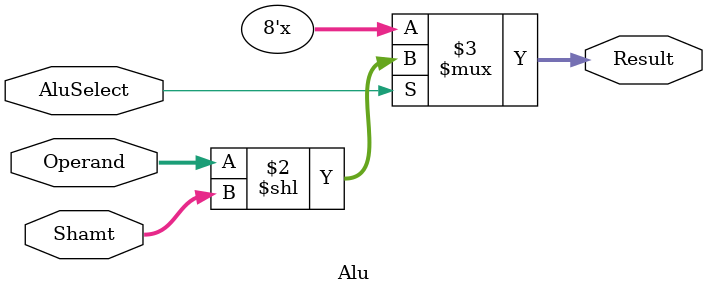
<source format=v>
module Alu (input [7:0] Operand,input [2:0] Shamt,output reg [7:0] Result,input AluSelect);

always @ ( * )
begin
  Result = ( (AluSelect) ? (Operand << Shamt) : 8'bz );
end

endmodule


</source>
